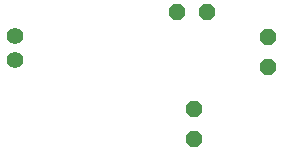
<source format=gbl>
G75*
%MOIN*%
%OFA0B0*%
%FSLAX25Y25*%
%IPPOS*%
%LPD*%
%AMOC8*
5,1,8,0,0,1.08239X$1,22.5*
%
%ADD10OC8,0.05200*%
%ADD11C,0.05543*%
D10*
X0073480Y0010724D03*
X0073480Y0020724D03*
X0098205Y0034661D03*
X0098205Y0044661D03*
X0077693Y0053047D03*
X0067693Y0053047D03*
D11*
X0013835Y0037102D03*
X0013835Y0044976D03*
M02*

</source>
